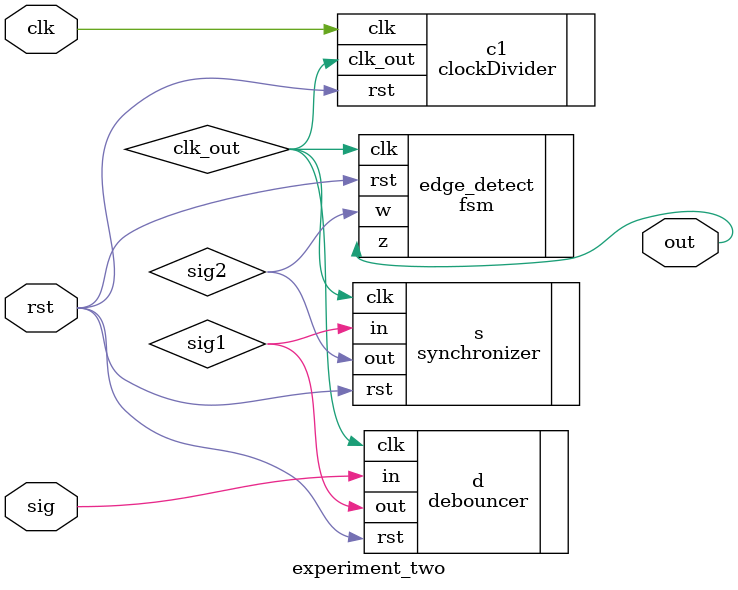
<source format=v>
`timescale 1ns / 1ps


module experiment_two(input clk, rst, sig, output out);
wire clk_out;
wire sig1, sig2;
clockDivider c1(.clk(clk), .rst(rst), .clk_out(clk_out));

debouncer d(.clk(clk_out), .rst(rst), .in(sig), .out(sig1));
synchronizer s(.clk(clk_out), .rst(rst), .in(sig1), .out(sig2));
fsm edge_detect(.clk(clk_out), .rst(rst), .w(sig2), .z(out));

endmodule

</source>
